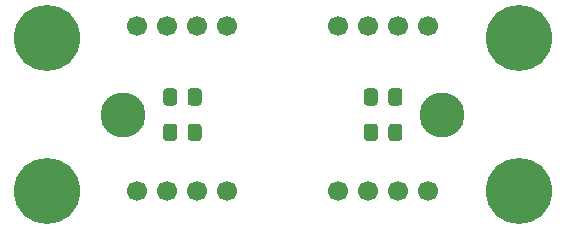
<source format=gts>
G04 #@! TF.GenerationSoftware,KiCad,Pcbnew,(5.1.12)-1*
G04 #@! TF.CreationDate,2022-09-24T14:43:29-05:00*
G04 #@! TF.ProjectId,Power_Board_001,506f7765-725f-4426-9f61-72645f303031,rev?*
G04 #@! TF.SameCoordinates,Original*
G04 #@! TF.FileFunction,Soldermask,Top*
G04 #@! TF.FilePolarity,Negative*
%FSLAX46Y46*%
G04 Gerber Fmt 4.6, Leading zero omitted, Abs format (unit mm)*
G04 Created by KiCad (PCBNEW (5.1.12)-1) date 2022-09-24 14:43:29*
%MOMM*%
%LPD*%
G01*
G04 APERTURE LIST*
%ADD10C,1.700000*%
%ADD11C,3.800000*%
%ADD12C,5.600000*%
G04 APERTURE END LIST*
D10*
X152810000Y-88000000D03*
X150270000Y-88000000D03*
X145190000Y-88000000D03*
X147730000Y-88000000D03*
X152810000Y-74000000D03*
X150270000Y-74000000D03*
X145190000Y-74000000D03*
X147730000Y-74000000D03*
X135810000Y-88000000D03*
X133270000Y-88000000D03*
X128190000Y-88000000D03*
X130730000Y-88000000D03*
X135810000Y-74000000D03*
X133270000Y-74000000D03*
X128190000Y-74000000D03*
X130730000Y-74000000D03*
D11*
X127000000Y-81500000D03*
X154000000Y-81500000D03*
D12*
X120500000Y-88000000D03*
X120500000Y-75000000D03*
X160500000Y-88000000D03*
X160500000Y-75000000D03*
G36*
G01*
X148550000Y-82525000D02*
X148550000Y-83475000D01*
G75*
G02*
X148300000Y-83725000I-250000J0D01*
G01*
X147625000Y-83725000D01*
G75*
G02*
X147375000Y-83475000I0J250000D01*
G01*
X147375000Y-82525000D01*
G75*
G02*
X147625000Y-82275000I250000J0D01*
G01*
X148300000Y-82275000D01*
G75*
G02*
X148550000Y-82525000I0J-250000D01*
G01*
G37*
G36*
G01*
X150625000Y-82525000D02*
X150625000Y-83475000D01*
G75*
G02*
X150375000Y-83725000I-250000J0D01*
G01*
X149700000Y-83725000D01*
G75*
G02*
X149450000Y-83475000I0J250000D01*
G01*
X149450000Y-82525000D01*
G75*
G02*
X149700000Y-82275000I250000J0D01*
G01*
X150375000Y-82275000D01*
G75*
G02*
X150625000Y-82525000I0J-250000D01*
G01*
G37*
G36*
G01*
X148550000Y-79525000D02*
X148550000Y-80475000D01*
G75*
G02*
X148300000Y-80725000I-250000J0D01*
G01*
X147625000Y-80725000D01*
G75*
G02*
X147375000Y-80475000I0J250000D01*
G01*
X147375000Y-79525000D01*
G75*
G02*
X147625000Y-79275000I250000J0D01*
G01*
X148300000Y-79275000D01*
G75*
G02*
X148550000Y-79525000I0J-250000D01*
G01*
G37*
G36*
G01*
X150625000Y-79525000D02*
X150625000Y-80475000D01*
G75*
G02*
X150375000Y-80725000I-250000J0D01*
G01*
X149700000Y-80725000D01*
G75*
G02*
X149450000Y-80475000I0J250000D01*
G01*
X149450000Y-79525000D01*
G75*
G02*
X149700000Y-79275000I250000J0D01*
G01*
X150375000Y-79275000D01*
G75*
G02*
X150625000Y-79525000I0J-250000D01*
G01*
G37*
G36*
G01*
X131550000Y-82525000D02*
X131550000Y-83475000D01*
G75*
G02*
X131300000Y-83725000I-250000J0D01*
G01*
X130625000Y-83725000D01*
G75*
G02*
X130375000Y-83475000I0J250000D01*
G01*
X130375000Y-82525000D01*
G75*
G02*
X130625000Y-82275000I250000J0D01*
G01*
X131300000Y-82275000D01*
G75*
G02*
X131550000Y-82525000I0J-250000D01*
G01*
G37*
G36*
G01*
X133625000Y-82525000D02*
X133625000Y-83475000D01*
G75*
G02*
X133375000Y-83725000I-250000J0D01*
G01*
X132700000Y-83725000D01*
G75*
G02*
X132450000Y-83475000I0J250000D01*
G01*
X132450000Y-82525000D01*
G75*
G02*
X132700000Y-82275000I250000J0D01*
G01*
X133375000Y-82275000D01*
G75*
G02*
X133625000Y-82525000I0J-250000D01*
G01*
G37*
G36*
G01*
X131550000Y-79525000D02*
X131550000Y-80475000D01*
G75*
G02*
X131300000Y-80725000I-250000J0D01*
G01*
X130625000Y-80725000D01*
G75*
G02*
X130375000Y-80475000I0J250000D01*
G01*
X130375000Y-79525000D01*
G75*
G02*
X130625000Y-79275000I250000J0D01*
G01*
X131300000Y-79275000D01*
G75*
G02*
X131550000Y-79525000I0J-250000D01*
G01*
G37*
G36*
G01*
X133625000Y-79525000D02*
X133625000Y-80475000D01*
G75*
G02*
X133375000Y-80725000I-250000J0D01*
G01*
X132700000Y-80725000D01*
G75*
G02*
X132450000Y-80475000I0J250000D01*
G01*
X132450000Y-79525000D01*
G75*
G02*
X132700000Y-79275000I250000J0D01*
G01*
X133375000Y-79275000D01*
G75*
G02*
X133625000Y-79525000I0J-250000D01*
G01*
G37*
M02*

</source>
